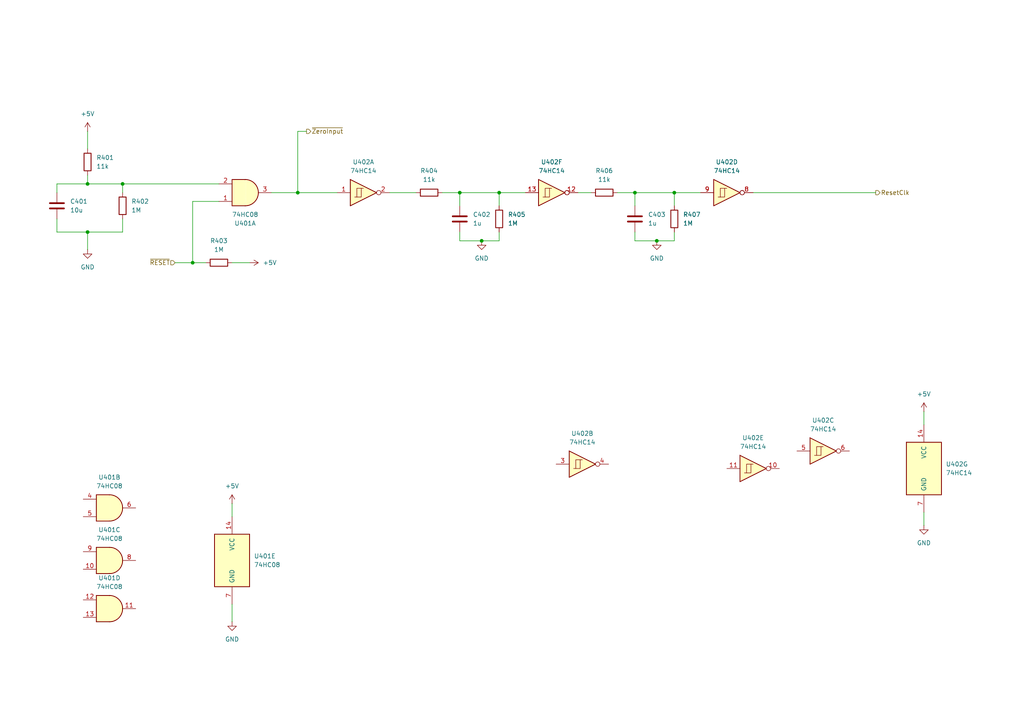
<source format=kicad_sch>
(kicad_sch (version 20231120) (generator "eeschema") (generator_version "8.0")
  (paper "A4")
  (title_block (title "16-bit Register with Reset") (rev "0"))
  (lib_symbols
    (symbol "74xx:74HC14" (pin_names (offset 1.016))
      (property "Reference" "U" (at 0 1.27 0))
      (property "Value" "74HC14" (at 0 -1.27 0))
      (symbol "74HC14_1_0"
        (polyline (pts (xy -3.81 3.81) (xy -3.81 -3.81) (xy 3.81 0) (xy -3.81 3.81)) (stroke (width 0.254)) (fill (type background)))
        (pin input line (at -7.62 0 0) (length 3.81) (name "~") (number "1"))
        (pin output inverted (at 7.62 0 180) (length 3.81) (name "~") (number "2"))
      )
      (symbol "74HC14_1_1"
        (polyline (pts (xy -1.905 -1.27) (xy -1.905 1.27) (xy -0.635 1.27)))
        (polyline (pts (xy -2.54 -1.27) (xy -0.635 -1.27) (xy -0.635 1.27) (xy 0 1.27)))
      )
      (symbol "74HC14_2_0"
        (polyline (pts (xy -3.81 3.81) (xy -3.81 -3.81) (xy 3.81 0) (xy -3.81 3.81)) (stroke (width 0.254)) (fill (type background)))
        (pin input line (at -7.62 0 0) (length 3.81) (name "~") (number "3"))
        (pin output inverted (at 7.62 0 180) (length 3.81) (name "~") (number "4"))
      )
      (symbol "74HC14_2_1"
        (polyline (pts (xy -1.905 -1.27) (xy -1.905 1.27) (xy -0.635 1.27)))
        (polyline (pts (xy -2.54 -1.27) (xy -0.635 -1.27) (xy -0.635 1.27) (xy 0 1.27)))
      )
      (symbol "74HC14_3_0"
        (polyline (pts (xy -3.81 3.81) (xy -3.81 -3.81) (xy 3.81 0) (xy -3.81 3.81)) (stroke (width 0.254)) (fill (type background)))
        (pin input line (at -7.62 0 0) (length 3.81) (name "~") (number "5"))
        (pin output inverted (at 7.62 0 180) (length 3.81) (name "~") (number "6"))
      )
      (symbol "74HC14_3_1"
        (polyline (pts (xy -1.905 -1.27) (xy -1.905 1.27) (xy -0.635 1.27)))
        (polyline (pts (xy -2.54 -1.27) (xy -0.635 -1.27) (xy -0.635 1.27) (xy 0 1.27)))
      )
      (symbol "74HC14_4_0"
        (polyline (pts (xy -3.81 3.81) (xy -3.81 -3.81) (xy 3.81 0) (xy -3.81 3.81)) (stroke (width 0.254)) (fill (type background)))
        (pin output inverted (at 7.62 0 180) (length 3.81) (name "~") (number "8"))
        (pin input line (at -7.62 0 0) (length 3.81) (name "~") (number "9"))
      )
      (symbol "74HC14_4_1"
        (polyline (pts (xy -1.905 -1.27) (xy -1.905 1.27) (xy -0.635 1.27)))
        (polyline (pts (xy -2.54 -1.27) (xy -0.635 -1.27) (xy -0.635 1.27) (xy 0 1.27)))
      )
      (symbol "74HC14_5_0"
        (polyline (pts (xy -3.81 3.81) (xy -3.81 -3.81) (xy 3.81 0) (xy -3.81 3.81)) (stroke (width 0.254)) (fill (type background)))
        (pin output inverted (at 7.62 0 180) (length 3.81) (name "~") (number "10"))
        (pin input line (at -7.62 0 0) (length 3.81) (name "~") (number "11"))
      )
      (symbol "74HC14_5_1"
        (polyline (pts (xy -1.905 -1.27) (xy -1.905 1.27) (xy -0.635 1.27)))
        (polyline (pts (xy -2.54 -1.27) (xy -0.635 -1.27) (xy -0.635 1.27) (xy 0 1.27)))
      )
      (symbol "74HC14_6_0"
        (polyline (pts (xy -3.81 3.81) (xy -3.81 -3.81) (xy 3.81 0) (xy -3.81 3.81)) (stroke (width 0.254)) (fill (type background)))
        (pin output inverted (at 7.62 0 180) (length 3.81) (name "~") (number "12"))
        (pin input line (at -7.62 0 0) (length 3.81) (name "~") (number "13"))
      )
      (symbol "74HC14_6_1"
        (polyline (pts (xy -1.905 -1.27) (xy -1.905 1.27) (xy -0.635 1.27)))
        (polyline (pts (xy -2.54 -1.27) (xy -0.635 -1.27) (xy -0.635 1.27) (xy 0 1.27)))
      )
      (symbol "74HC14_7_0"
        (pin power_in line (at 0 12.7 270) (length 5.08) (name "VCC") (number "14"))
        (pin power_in line (at 0 -12.7 90) (length 5.08) (name "GND") (number "7"))
      )
      (symbol "74HC14_7_1"
        (rectangle (start -5.08 7.62) (end 5.08 -7.62) (stroke (width 0.254)) (fill (type background)))
      )
    )
    (symbol "74xx:74LS08" (pin_names (offset 1.016))
      (property "Reference" "U" (at 0 1.27 0))
      (property "Value" "74LS08" (at 0 -1.27 0))
      (symbol "74LS08_1_1"
        (arc (start 0 -3.81) (mid 3.7934 0) (end 0 3.81) (stroke (width 0.254)) (fill (type background)))
        (polyline (pts (xy 0 3.81) (xy -3.81 3.81) (xy -3.81 -3.81) (xy 0 -3.81)) (stroke (width 0.254)) (fill (type background)))
        (pin input line (at -7.62 2.54 0) (length 3.81) (name "~") (number "1"))
        (pin input line (at -7.62 -2.54 0) (length 3.81) (name "~") (number "2"))
        (pin output line (at 7.62 0 180) (length 3.81) (name "~") (number "3"))
      )
      (symbol "74LS08_1_2"
        (arc (start -3.81 -3.81) (mid -2.589 0) (end -3.81 3.81) (stroke (width 0.254)))
        (arc (start -0.6096 -3.81) (mid 2.1842 -2.5851) (end 3.81 0) (stroke (width 0.254)) (fill (type background)))
        (polyline (pts (xy -3.81 -3.81) (xy -0.635 -3.81)) (stroke (width 0.254)) (fill (type background)))
        (polyline (pts (xy -3.81 3.81) (xy -0.635 3.81)) (stroke (width 0.254)) (fill (type background)))
        (polyline (pts (xy -0.635 3.81) (xy -3.81 3.81) (xy -3.81 3.81) (xy -3.556 3.4036) (xy -3.0226 2.2606) (xy -2.6924 1.0414) (xy -2.6162 -0.254) (xy -2.7686 -1.4986) (xy -3.175 -2.7178) (xy -3.81 -3.81) (xy -3.81 -3.81) (xy -0.635 -3.81)) (stroke (width -25.4)) (fill (type background)))
        (arc (start 3.81 0) (mid 2.1915 2.5936) (end -0.6096 3.81) (stroke (width 0.254)) (fill (type background)))
        (pin input inverted (at -7.62 2.54 0) (length 4.318) (name "~") (number "1"))
        (pin input inverted (at -7.62 -2.54 0) (length 4.318) (name "~") (number "2"))
        (pin output inverted (at 7.62 0 180) (length 3.81) (name "~") (number "3"))
      )
      (symbol "74LS08_2_1"
        (arc (start 0 -3.81) (mid 3.7934 0) (end 0 3.81) (stroke (width 0.254)) (fill (type background)))
        (polyline (pts (xy 0 3.81) (xy -3.81 3.81) (xy -3.81 -3.81) (xy 0 -3.81)) (stroke (width 0.254)) (fill (type background)))
        (pin input line (at -7.62 2.54 0) (length 3.81) (name "~") (number "4"))
        (pin input line (at -7.62 -2.54 0) (length 3.81) (name "~") (number "5"))
        (pin output line (at 7.62 0 180) (length 3.81) (name "~") (number "6"))
      )
      (symbol "74LS08_2_2"
        (arc (start -3.81 -3.81) (mid -2.589 0) (end -3.81 3.81) (stroke (width 0.254)))
        (arc (start -0.6096 -3.81) (mid 2.1842 -2.5851) (end 3.81 0) (stroke (width 0.254)) (fill (type background)))
        (polyline (pts (xy -3.81 -3.81) (xy -0.635 -3.81)) (stroke (width 0.254)) (fill (type background)))
        (polyline (pts (xy -3.81 3.81) (xy -0.635 3.81)) (stroke (width 0.254)) (fill (type background)))
        (polyline (pts (xy -0.635 3.81) (xy -3.81 3.81) (xy -3.81 3.81) (xy -3.556 3.4036) (xy -3.0226 2.2606) (xy -2.6924 1.0414) (xy -2.6162 -0.254) (xy -2.7686 -1.4986) (xy -3.175 -2.7178) (xy -3.81 -3.81) (xy -3.81 -3.81) (xy -0.635 -3.81)) (stroke (width -25.4)) (fill (type background)))
        (arc (start 3.81 0) (mid 2.1915 2.5936) (end -0.6096 3.81) (stroke (width 0.254)) (fill (type background)))
        (pin input inverted (at -7.62 2.54 0) (length 4.318) (name "~") (number "4"))
        (pin input inverted (at -7.62 -2.54 0) (length 4.318) (name "~") (number "5"))
        (pin output inverted (at 7.62 0 180) (length 3.81) (name "~") (number "6"))
      )
      (symbol "74LS08_3_1"
        (arc (start 0 -3.81) (mid 3.7934 0) (end 0 3.81) (stroke (width 0.254)) (fill (type background)))
        (polyline (pts (xy 0 3.81) (xy -3.81 3.81) (xy -3.81 -3.81) (xy 0 -3.81)) (stroke (width 0.254)) (fill (type background)))
        (pin input line (at -7.62 -2.54 0) (length 3.81) (name "~") (number "10"))
        (pin output line (at 7.62 0 180) (length 3.81) (name "~") (number "8"))
        (pin input line (at -7.62 2.54 0) (length 3.81) (name "~") (number "9"))
      )
      (symbol "74LS08_3_2"
        (arc (start -3.81 -3.81) (mid -2.589 0) (end -3.81 3.81) (stroke (width 0.254)))
        (arc (start -0.6096 -3.81) (mid 2.1842 -2.5851) (end 3.81 0) (stroke (width 0.254)) (fill (type background)))
        (polyline (pts (xy -3.81 -3.81) (xy -0.635 -3.81)) (stroke (width 0.254)) (fill (type background)))
        (polyline (pts (xy -3.81 3.81) (xy -0.635 3.81)) (stroke (width 0.254)) (fill (type background)))
        (polyline (pts (xy -0.635 3.81) (xy -3.81 3.81) (xy -3.81 3.81) (xy -3.556 3.4036) (xy -3.0226 2.2606) (xy -2.6924 1.0414) (xy -2.6162 -0.254) (xy -2.7686 -1.4986) (xy -3.175 -2.7178) (xy -3.81 -3.81) (xy -3.81 -3.81) (xy -0.635 -3.81)) (stroke (width -25.4)) (fill (type background)))
        (arc (start 3.81 0) (mid 2.1915 2.5936) (end -0.6096 3.81) (stroke (width 0.254)) (fill (type background)))
        (pin input inverted (at -7.62 -2.54 0) (length 4.318) (name "~") (number "10"))
        (pin output inverted (at 7.62 0 180) (length 3.81) (name "~") (number "8"))
        (pin input inverted (at -7.62 2.54 0) (length 4.318) (name "~") (number "9"))
      )
      (symbol "74LS08_4_1"
        (arc (start 0 -3.81) (mid 3.7934 0) (end 0 3.81) (stroke (width 0.254)) (fill (type background)))
        (polyline (pts (xy 0 3.81) (xy -3.81 3.81) (xy -3.81 -3.81) (xy 0 -3.81)) (stroke (width 0.254)) (fill (type background)))
        (pin output line (at 7.62 0 180) (length 3.81) (name "~") (number "11"))
        (pin input line (at -7.62 2.54 0) (length 3.81) (name "~") (number "12"))
        (pin input line (at -7.62 -2.54 0) (length 3.81) (name "~") (number "13"))
      )
      (symbol "74LS08_4_2"
        (arc (start -3.81 -3.81) (mid -2.589 0) (end -3.81 3.81) (stroke (width 0.254)))
        (arc (start -0.6096 -3.81) (mid 2.1842 -2.5851) (end 3.81 0) (stroke (width 0.254)) (fill (type background)))
        (polyline (pts (xy -3.81 -3.81) (xy -0.635 -3.81)) (stroke (width 0.254)) (fill (type background)))
        (polyline (pts (xy -3.81 3.81) (xy -0.635 3.81)) (stroke (width 0.254)) (fill (type background)))
        (polyline (pts (xy -0.635 3.81) (xy -3.81 3.81) (xy -3.81 3.81) (xy -3.556 3.4036) (xy -3.0226 2.2606) (xy -2.6924 1.0414) (xy -2.6162 -0.254) (xy -2.7686 -1.4986) (xy -3.175 -2.7178) (xy -3.81 -3.81) (xy -3.81 -3.81) (xy -0.635 -3.81)) (stroke (width -25.4)) (fill (type background)))
        (arc (start 3.81 0) (mid 2.1915 2.5936) (end -0.6096 3.81) (stroke (width 0.254)) (fill (type background)))
        (pin output inverted (at 7.62 0 180) (length 3.81) (name "~") (number "11"))
        (pin input inverted (at -7.62 2.54 0) (length 4.318) (name "~") (number "12"))
        (pin input inverted (at -7.62 -2.54 0) (length 4.318) (name "~") (number "13"))
      )
      (symbol "74LS08_5_0"
        (pin power_in line (at 0 12.7 270) (length 5.08) (name "VCC") (number "14"))
        (pin power_in line (at 0 -12.7 90) (length 5.08) (name "GND") (number "7"))
      )
      (symbol "74LS08_5_1"
        (rectangle (start -5.08 7.62) (end 5.08 -7.62) (stroke (width 0.254)) (fill (type background)))
      )
    )
    (symbol "Device:C" (pin_numbers hide) (pin_names (offset 0.254))
      (property "Reference" "C" (at 0.635 2.54 0))
      (property "Value" "C" (at 0.635 -2.54 0))
      (symbol "C_0_1"
        (polyline (pts (xy -2.032 -0.762) (xy 2.032 -0.762)) (stroke (width 0.508)))
        (polyline (pts (xy -2.032 0.762) (xy 2.032 0.762)) (stroke (width 0.508)))
      )
      (symbol "C_1_1"
        (pin passive line (at 0 3.81 270) (length 2.794) (name "~") (number "1"))
        (pin passive line (at 0 -3.81 90) (length 2.794) (name "~") (number "2"))
      )
    )
    (symbol "Device:R" (pin_numbers hide) (pin_names (offset 0))
      (property "Reference" "R" (at 2.032 0 90))
      (property "Value" "R" (at 0 0 90))
      (symbol "R_0_1"
        (rectangle (start -1.016 -2.54) (end 1.016 2.54) (stroke (width 0.254)))
      )
      (symbol "R_1_1"
        (pin passive line (at 0 3.81 270) (length 1.27) (name "~") (number "1"))
        (pin passive line (at 0 -3.81 90) (length 1.27) (name "~") (number "2"))
      )
    )
    (symbol "power:+5V" (power) (pin_numbers hide) (pin_names (offset 0) hide)
      (property "Value" "+5V" (at 0 3.556 0))
      (symbol "+5V_0_1"
        (polyline (pts (xy -0.762 1.27) (xy 0 2.54)))
        (polyline (pts (xy 0 0) (xy 0 2.54)))
        (polyline (pts (xy 0 2.54) (xy 0.762 1.27)))
      )
      (symbol "+5V_1_1"
        (pin power_in line (at 0 0 90) (length 0) (name "~") (number "1"))
      )
    )
    (symbol "power:GND" (power) (pin_numbers hide) (pin_names (offset 0) hide)
      (property "Value" "GND" (at 0 -3.81 0))
      (symbol "GND_0_1"
        (polyline (pts (xy 0 0) (xy 0 -1.27) (xy 1.27 -1.27) (xy 0 -2.54) (xy -1.27 -1.27) (xy 0 -1.27)))
      )
      (symbol "GND_1_1"
        (pin power_in line (at 0 0 270) (length 0) (name "~") (number "1"))
      )
    )
  )
  (junction (at 133.35 55.88))
  (junction (at 25.4 67.31))
  (junction (at 25.4 53.34))
  (junction (at 55.88 76.2))
  (junction (at 35.56 53.34))
  (junction (at 184.15 55.88))
  (junction (at 195.58 55.88))
  (junction (at 86.36 55.88))
  (junction (at 144.78 55.88))
  (junction (at 139.7 69.85))
  (junction (at 190.5 69.85))
  (wire (pts (xy 55.88 76.2) (xy 59.69 76.2)))
  (wire (pts (xy 67.31 175.26) (xy 67.31 180.34)))
  (wire (pts (xy 35.56 53.34) (xy 63.5 53.34)))
  (wire (pts (xy 133.35 55.88) (xy 144.78 55.88)))
  (wire (pts (xy 35.56 53.34) (xy 35.56 55.88)))
  (wire (pts (xy 133.35 69.85) (xy 139.7 69.85)))
  (wire (pts (xy 195.58 55.88) (xy 195.58 59.69)))
  (wire (pts (xy 25.4 67.31) (xy 25.4 72.39)))
  (wire (pts (xy 67.31 76.2) (xy 72.39 76.2)))
  (wire (pts (xy 55.88 58.42) (xy 63.5 58.42)))
  (wire (pts (xy 184.15 69.85) (xy 190.5 69.85)))
  (wire (pts (xy 179.07 55.88) (xy 184.15 55.88)))
  (wire (pts (xy 167.64 55.88) (xy 171.45 55.88)))
  (wire (pts (xy 16.51 55.88) (xy 16.51 53.34)))
  (wire (pts (xy 25.4 53.34) (xy 35.56 53.34)))
  (wire (pts (xy 184.15 55.88) (xy 195.58 55.88)))
  (wire (pts (xy 139.7 69.85) (xy 144.78 69.85)))
  (wire (pts (xy 55.88 76.2) (xy 55.88 58.42)))
  (wire (pts (xy 195.58 55.88) (xy 203.2 55.88)))
  (wire (pts (xy 190.5 69.85) (xy 195.58 69.85)))
  (wire (pts (xy 25.4 38.1) (xy 25.4 43.18)))
  (wire (pts (xy 218.44 55.88) (xy 254 55.88)))
  (wire (pts (xy 144.78 55.88) (xy 144.78 59.69)))
  (wire (pts (xy 128.27 55.88) (xy 133.35 55.88)))
  (wire (pts (xy 16.51 63.5) (xy 16.51 67.31)))
  (wire (pts (xy 144.78 55.88) (xy 152.4 55.88)))
  (wire (pts (xy 67.31 146.05) (xy 67.31 149.86)))
  (wire (pts (xy 86.36 55.88) (xy 86.36 38.1)))
  (wire (pts (xy 25.4 67.31) (xy 35.56 67.31)))
  (wire (pts (xy 113.03 55.88) (xy 120.65 55.88)))
  (wire (pts (xy 267.97 119.38) (xy 267.97 123.19)))
  (wire (pts (xy 184.15 67.31) (xy 184.15 69.85)))
  (wire (pts (xy 144.78 67.31) (xy 144.78 69.85)))
  (wire (pts (xy 78.74 55.88) (xy 86.36 55.88)))
  (wire (pts (xy 16.51 53.34) (xy 25.4 53.34)))
  (wire (pts (xy 195.58 67.31) (xy 195.58 69.85)))
  (wire (pts (xy 86.36 38.1) (xy 88.9 38.1)))
  (wire (pts (xy 267.97 148.59) (xy 267.97 152.4)))
  (wire (pts (xy 50.8 76.2) (xy 55.88 76.2)))
  (wire (pts (xy 16.51 67.31) (xy 25.4 67.31)))
  (wire (pts (xy 86.36 55.88) (xy 97.79 55.88)))
  (wire (pts (xy 35.56 67.31) (xy 35.56 63.5)))
  (wire (pts (xy 184.15 55.88) (xy 184.15 59.69)))
  (wire (pts (xy 133.35 67.31) (xy 133.35 69.85)))
  (wire (pts (xy 133.35 55.88) (xy 133.35 59.69)))
  (wire (pts (xy 25.4 50.8) (xy 25.4 53.34)))
  (hierarchical_label "ResetClk" (shape output) (at 254 55.88 0))
  (hierarchical_label "~{RESET}" (shape input) (at 50.8 76.2 180))
  (hierarchical_label "~{ZeroInput}" (shape output) (at 88.9 38.1 0))
  (symbol (lib_id "74xx:74HC14") (at 105.41 55.88 0) (unit 1)
    (property "Reference" "U402" (at 105.41 46.99 0))
    (property "Value" "74HC14" (at 105.41 49.53 0))
    (property "Footprint" "Package_SO:SOIC-14_3.9x8.7mm_P1.27mm" (effects (hide yes)))
    (property "Datasheet" "https://wmsc.lcsc.com/wmsc/upload/file/pdf/v2/lcsc/1811141851_Nexperia-74HC14D-653_C5605.pdf" (effects (hide yes)))
    (property "Description" "Hex inverter schmitt trigger" (effects (hide yes)))
    (property "LCSC" "C5605" (effects (hide yes)))
  )
  (symbol (lib_id "74xx:74HC14") (at 160.02 55.88 0) (unit 6)
    (property "Reference" "U402" (at 160.02 46.99 0))
    (property "Value" "74HC14" (at 160.02 49.53 0))
    (property "Footprint" "Package_SO:SOIC-14_3.9x8.7mm_P1.27mm" (effects (hide yes)))
    (property "Datasheet" "https://wmsc.lcsc.com/wmsc/upload/file/pdf/v2/lcsc/1811141851_Nexperia-74HC14D-653_C5605.pdf" (effects (hide yes)))
    (property "Description" "Hex inverter schmitt trigger" (effects (hide yes)))
    (property "LCSC" "C5605" (effects (hide yes)))
  )
  (symbol (lib_id "power:+5V") (at 67.31 146.05 0) (unit 1)
    (property "Reference" "#PWR0403" (effects (hide yes)))
    (property "Value" "+5V" (at 67.31 140.97 0))
    (property "Description" "Power symbol creates a global label with name \"+5V\"" (effects (hide yes)))
  )
  (symbol (lib_id "Device:R") (at 63.5 76.2 270) (unit 1)
    (property "Reference" "R403" (at 63.5 69.85 90))
    (property "Value" "1M" (at 63.5 72.39 90))
    (property "Footprint" "Resistor_SMD:R_0603_1608Metric" (effects (hide yes)))
    (property "Datasheet" "https://wmsc.lcsc.com/wmsc/upload/file/pdf/v2/lcsc/2206010130_UNI-ROYAL-Uniroyal-Elec-0603WAF1004T5E_C22935.pdf" (effects (hide yes)))
    (property "Description" "Resistor" (effects (hide yes)))
    (property "LCSC" "C22935" (effects (hide yes)))
  )
  (symbol (lib_id "Device:C") (at 133.35 63.5 0) (unit 1)
    (property "Reference" "C402" (at 137.16 62.2299 0) (effects (justify left)))
    (property "Value" "1u" (at 137.16 64.7699 0) (effects (justify left)))
    (property "Footprint" "Capacitor_SMD:C_0603_1608Metric" (effects (hide yes)))
    (property "Datasheet" "https://wmsc.lcsc.com/wmsc/upload/file/pdf/v2/lcsc/2304140030_Samsung-Electro-Mechanics-CL10A105KB8NNNC_C15849.pdf" (effects (hide yes)))
    (property "Description" "Unpolarized capacitor" (effects (hide yes)))
    (property "LCSC" "C15849" (effects (hide yes)))
  )
  (symbol (lib_id "Device:C") (at 16.51 59.69 0) (unit 1)
    (property "Reference" "C401" (at 20.32 58.4199 0) (effects (justify left)))
    (property "Value" "10u" (at 20.32 60.9599 0) (effects (justify left)))
    (property "Footprint" "Capacitor_SMD:C_0603_1608Metric" (effects (hide yes)))
    (property "Datasheet" "https://wmsc.lcsc.com/wmsc/upload/file/pdf/v2/lcsc/2304140030_Samsung-Electro-Mechanics-CL10A106KP8NNNC_C19702.pdf" (effects (hide yes)))
    (property "Description" "Unpolarized capacitor" (effects (hide yes)))
    (property "LCSC" "C19702" (effects (hide yes)))
  )
  (symbol (lib_id "power:GND") (at 67.31 180.34 0) (unit 1)
    (property "Reference" "#PWR0404" (effects (hide yes)))
    (property "Value" "GND" (at 67.31 185.42 0))
    (property "Description" "Power symbol creates a global label with name \"GND\" , ground" (effects (hide yes)))
  )
  (symbol (lib_id "74xx:74HC14") (at 238.76 130.81 0) (unit 3)
    (property "Reference" "U402" (at 238.76 121.92 0))
    (property "Value" "74HC14" (at 238.76 124.46 0))
    (property "Footprint" "Package_SO:SOIC-14_3.9x8.7mm_P1.27mm" (effects (hide yes)))
    (property "Datasheet" "https://wmsc.lcsc.com/wmsc/upload/file/pdf/v2/lcsc/1811141851_Nexperia-74HC14D-653_C5605.pdf" (effects (hide yes)))
    (property "Description" "Hex inverter schmitt trigger" (effects (hide yes)))
    (property "LCSC" "C5605" (effects (hide yes)))
  )
  (symbol (lib_id "Device:R") (at 175.26 55.88 90) (unit 1)
    (property "Reference" "R406" (at 175.26 49.53 90))
    (property "Value" "11k" (at 175.26 52.07 90))
    (property "Footprint" "Resistor_SMD:R_0603_1608Metric" (effects (hide yes)))
    (property "Datasheet" "https://wmsc.lcsc.com/wmsc/upload/file/pdf/v2/lcsc/2206010045_UNI-ROYAL-Uniroyal-Elec-0603WAF1102T5E_C25950.pdf" (effects (hide yes)))
    (property "Description" "Resistor" (effects (hide yes)))
    (property "LCSC" "C25950" (effects (hide yes)))
  )
  (symbol (lib_id "74xx:74LS08") (at 31.75 176.53 0) (unit 4)
    (property "Reference" "U401" (at 31.7417 167.64 0))
    (property "Value" "74HC08" (at 31.7417 170.18 0))
    (property "Footprint" "Package_SO:SOIC-14_3.9x8.7mm_P1.27mm" (effects (hide yes)))
    (property "Datasheet" "https://wmsc.lcsc.com/wmsc/upload/file/pdf/v2/lcsc/2304140030_Nexperia-74HC08D-653_C5593.pdf" (effects (hide yes)))
    (property "Description" "Quad And2" (effects (hide yes)))
    (property "LCSC" "C5593" (effects (hide yes)))
  )
  (symbol (lib_id "power:GND") (at 190.5 69.85 0) (unit 1)
    (property "Reference" "#PWR0407" (effects (hide yes)))
    (property "Value" "GND" (at 190.5 74.93 0))
    (property "Description" "Power symbol creates a global label with name \"GND\" , ground" (effects (hide yes)))
  )
  (symbol (lib_id "74xx:74LS08") (at 31.75 147.32 0) (unit 2)
    (property "Reference" "U401" (at 31.7417 138.43 0))
    (property "Value" "74HC08" (at 31.7417 140.97 0))
    (property "Footprint" "Package_SO:SOIC-14_3.9x8.7mm_P1.27mm" (effects (hide yes)))
    (property "Datasheet" "https://wmsc.lcsc.com/wmsc/upload/file/pdf/v2/lcsc/2304140030_Nexperia-74HC08D-653_C5593.pdf" (effects (hide yes)))
    (property "Description" "Quad And2" (effects (hide yes)))
    (property "LCSC" "C5593" (effects (hide yes)))
  )
  (symbol (lib_id "power:+5V") (at 25.4 38.1 0) (unit 1)
    (property "Reference" "#PWR0401" (effects (hide yes)))
    (property "Value" "+5V" (at 25.4 33.02 0))
    (property "Description" "Power symbol creates a global label with name \"+5V\"" (effects (hide yes)))
  )
  (symbol (lib_id "power:+5V") (at 267.97 119.38 0) (unit 1)
    (property "Reference" "#PWR0408" (effects (hide yes)))
    (property "Value" "+5V" (at 267.97 114.3 0))
    (property "Description" "Power symbol creates a global label with name \"+5V\"" (effects (hide yes)))
  )
  (symbol (lib_id "74xx:74HC14") (at 168.91 134.62 0) (unit 2)
    (property "Reference" "U402" (at 168.91 125.73 0))
    (property "Value" "74HC14" (at 168.91 128.27 0))
    (property "Footprint" "Package_SO:SOIC-14_3.9x8.7mm_P1.27mm" (effects (hide yes)))
    (property "Datasheet" "https://wmsc.lcsc.com/wmsc/upload/file/pdf/v2/lcsc/1811141851_Nexperia-74HC14D-653_C5605.pdf" (effects (hide yes)))
    (property "Description" "Hex inverter schmitt trigger" (effects (hide yes)))
    (property "LCSC" "C5605" (effects (hide yes)))
  )
  (symbol (lib_id "Device:C") (at 184.15 63.5 0) (unit 1)
    (property "Reference" "C403" (at 187.96 62.2299 0) (effects (justify left)))
    (property "Value" "1u" (at 187.96 64.7699 0) (effects (justify left)))
    (property "Footprint" "Capacitor_SMD:C_0603_1608Metric" (effects (hide yes)))
    (property "Datasheet" "https://wmsc.lcsc.com/wmsc/upload/file/pdf/v2/lcsc/2304140030_Samsung-Electro-Mechanics-CL10A105KB8NNNC_C15849.pdf" (effects (hide yes)))
    (property "Description" "Unpolarized capacitor" (effects (hide yes)))
    (property "LCSC" "C15849" (effects (hide yes)))
  )
  (symbol (lib_id "power:GND") (at 139.7 69.85 0) (unit 1)
    (property "Reference" "#PWR0406" (effects (hide yes)))
    (property "Value" "GND" (at 139.7 74.93 0))
    (property "Description" "Power symbol creates a global label with name \"GND\" , ground" (effects (hide yes)))
  )
  (symbol (lib_id "74xx:74HC14") (at 210.82 55.88 0) (unit 4)
    (property "Reference" "U402" (at 210.82 46.99 0))
    (property "Value" "74HC14" (at 210.82 49.53 0))
    (property "Footprint" "Package_SO:SOIC-14_3.9x8.7mm_P1.27mm" (effects (hide yes)))
    (property "Datasheet" "https://wmsc.lcsc.com/wmsc/upload/file/pdf/v2/lcsc/1811141851_Nexperia-74HC14D-653_C5605.pdf" (effects (hide yes)))
    (property "Description" "Hex inverter schmitt trigger" (effects (hide yes)))
    (property "LCSC" "C5605" (effects (hide yes)))
  )
  (symbol (lib_id "Device:R") (at 25.4 46.99 0) (unit 1)
    (property "Reference" "R401" (at 27.94 45.7199 0) (effects (justify left)))
    (property "Value" "11k" (at 27.94 48.2599 0) (effects (justify left)))
    (property "Footprint" "Resistor_SMD:R_0603_1608Metric" (effects (hide yes)))
    (property "Datasheet" "https://wmsc.lcsc.com/wmsc/upload/file/pdf/v2/lcsc/2206010045_UNI-ROYAL-Uniroyal-Elec-0603WAF1102T5E_C25950.pdf" (effects (hide yes)))
    (property "Description" "Resistor" (effects (hide yes)))
    (property "LCSC" "C25950" (effects (hide yes)))
  )
  (symbol (lib_id "74xx:74LS08") (at 31.75 162.56 0) (unit 3)
    (property "Reference" "U401" (at 31.7417 153.67 0))
    (property "Value" "74HC08" (at 31.7417 156.21 0))
    (property "Footprint" "Package_SO:SOIC-14_3.9x8.7mm_P1.27mm" (effects (hide yes)))
    (property "Datasheet" "https://wmsc.lcsc.com/wmsc/upload/file/pdf/v2/lcsc/2304140030_Nexperia-74HC08D-653_C5593.pdf" (effects (hide yes)))
    (property "Description" "Quad And2" (effects (hide yes)))
    (property "LCSC" "C5593" (effects (hide yes)))
  )
  (symbol (lib_id "power:+5V") (at 72.39 76.2 270) (unit 1)
    (property "Reference" "#PWR0405" (effects (hide yes)))
    (property "Value" "+5V" (at 76.2 76.1999 90) (effects (justify left)))
    (property "Description" "Power symbol creates a global label with name \"+5V\"" (effects (hide yes)))
  )
  (symbol (lib_id "74xx:74LS08") (at 67.31 162.56 0) (unit 5)
    (property "Reference" "U401" (at 73.66 161.2899 0) (effects (justify left)))
    (property "Value" "74HC08" (at 73.66 163.8299 0) (effects (justify left)))
    (property "Footprint" "Package_SO:SOIC-14_3.9x8.7mm_P1.27mm" (effects (hide yes)))
    (property "Datasheet" "https://wmsc.lcsc.com/wmsc/upload/file/pdf/v2/lcsc/2304140030_Nexperia-74HC08D-653_C5593.pdf" (effects (hide yes)))
    (property "Description" "Quad And2" (effects (hide yes)))
    (property "LCSC" "C5593" (effects (hide yes)))
  )
  (symbol (lib_id "Device:R") (at 195.58 63.5 180) (unit 1)
    (property "Reference" "R407" (at 198.12 62.2299 0) (effects (justify right)))
    (property "Value" "1M" (at 198.12 64.7699 0) (effects (justify right)))
    (property "Footprint" "Resistor_SMD:R_0603_1608Metric" (effects (hide yes)))
    (property "Datasheet" "https://wmsc.lcsc.com/wmsc/upload/file/pdf/v2/lcsc/2206010130_UNI-ROYAL-Uniroyal-Elec-0603WAF1004T5E_C22935.pdf" (effects (hide yes)))
    (property "Description" "Resistor" (effects (hide yes)))
    (property "LCSC" "C22935" (effects (hide yes)))
  )
  (symbol (lib_id "74xx:74HC14") (at 218.44 135.89 0) (unit 5)
    (property "Reference" "U402" (at 218.44 127 0))
    (property "Value" "74HC14" (at 218.44 129.54 0))
    (property "Footprint" "Package_SO:SOIC-14_3.9x8.7mm_P1.27mm" (effects (hide yes)))
    (property "Datasheet" "https://wmsc.lcsc.com/wmsc/upload/file/pdf/v2/lcsc/1811141851_Nexperia-74HC14D-653_C5605.pdf" (effects (hide yes)))
    (property "Description" "Hex inverter schmitt trigger" (effects (hide yes)))
    (property "LCSC" "C5605" (effects (hide yes)))
  )
  (symbol (lib_id "power:GND") (at 25.4 72.39 0) (unit 1)
    (property "Reference" "#PWR0402" (effects (hide yes)))
    (property "Value" "GND" (at 25.4 77.47 0))
    (property "Description" "Power symbol creates a global label with name \"GND\" , ground" (effects (hide yes)))
  )
  (symbol (lib_id "74xx:74HC14") (at 267.97 135.89 0) (unit 7)
    (property "Reference" "U402" (at 274.32 134.6199 0) (effects (justify left)))
    (property "Value" "74HC14" (at 274.32 137.1599 0) (effects (justify left)))
    (property "Footprint" "Package_SO:SOIC-14_3.9x8.7mm_P1.27mm" (effects (hide yes)))
    (property "Datasheet" "https://wmsc.lcsc.com/wmsc/upload/file/pdf/v2/lcsc/1811141851_Nexperia-74HC14D-653_C5605.pdf" (effects (hide yes)))
    (property "Description" "Hex inverter schmitt trigger" (effects (hide yes)))
    (property "LCSC" "C5605" (effects (hide yes)))
  )
  (symbol (lib_id "power:GND") (at 267.97 152.4 0) (unit 1)
    (property "Reference" "#PWR0409" (effects (hide yes)))
    (property "Value" "GND" (at 267.97 157.48 0))
    (property "Description" "Power symbol creates a global label with name \"GND\" , ground" (effects (hide yes)))
  )
  (symbol (lib_id "Device:R") (at 124.46 55.88 90) (unit 1)
    (property "Reference" "R404" (at 124.46 49.53 90))
    (property "Value" "11k" (at 124.46 52.07 90))
    (property "Footprint" "Resistor_SMD:R_0603_1608Metric" (effects (hide yes)))
    (property "Datasheet" "https://wmsc.lcsc.com/wmsc/upload/file/pdf/v2/lcsc/2206010045_UNI-ROYAL-Uniroyal-Elec-0603WAF1102T5E_C25950.pdf" (effects (hide yes)))
    (property "Description" "Resistor" (effects (hide yes)))
    (property "LCSC" "C25950" (effects (hide yes)))
  )
  (symbol (lib_id "Device:R") (at 35.56 59.69 180) (unit 1)
    (property "Reference" "R402" (at 38.1 58.4199 0) (effects (justify right)))
    (property "Value" "1M" (at 38.1 60.9599 0) (effects (justify right)))
    (property "Footprint" "Resistor_SMD:R_0603_1608Metric" (effects (hide yes)))
    (property "Datasheet" "https://wmsc.lcsc.com/wmsc/upload/file/pdf/v2/lcsc/2206010130_UNI-ROYAL-Uniroyal-Elec-0603WAF1004T5E_C22935.pdf" (effects (hide yes)))
    (property "Description" "Resistor" (effects (hide yes)))
    (property "LCSC" "C22935" (effects (hide yes)))
  )
  (symbol (lib_id "Device:R") (at 144.78 63.5 180) (unit 1)
    (property "Reference" "R405" (at 147.32 62.2299 0) (effects (justify right)))
    (property "Value" "1M" (at 147.32 64.7699 0) (effects (justify right)))
    (property "Footprint" "Resistor_SMD:R_0603_1608Metric" (effects (hide yes)))
    (property "Datasheet" "https://wmsc.lcsc.com/wmsc/upload/file/pdf/v2/lcsc/2206010130_UNI-ROYAL-Uniroyal-Elec-0603WAF1004T5E_C22935.pdf" (effects (hide yes)))
    (property "Description" "Resistor" (effects (hide yes)))
    (property "LCSC" "C22935" (effects (hide yes)))
  )
  (symbol (lib_id "74xx:74LS08") (at 71.12 55.88 0) (mirror x) (unit 1)
    (property "Reference" "U401" (at 71.1117 64.77 0))
    (property "Value" "74HC08" (at 71.1117 62.23 0))
    (property "Footprint" "Package_SO:SOIC-14_3.9x8.7mm_P1.27mm" (effects (hide yes)))
    (property "Datasheet" "https://wmsc.lcsc.com/wmsc/upload/file/pdf/v2/lcsc/2304140030_Nexperia-74HC08D-653_C5593.pdf" (effects (hide yes)))
    (property "Description" "Quad And2" (effects (hide yes)))
    (property "LCSC" "C5593" (effects (hide yes)))
  )
)
</source>
